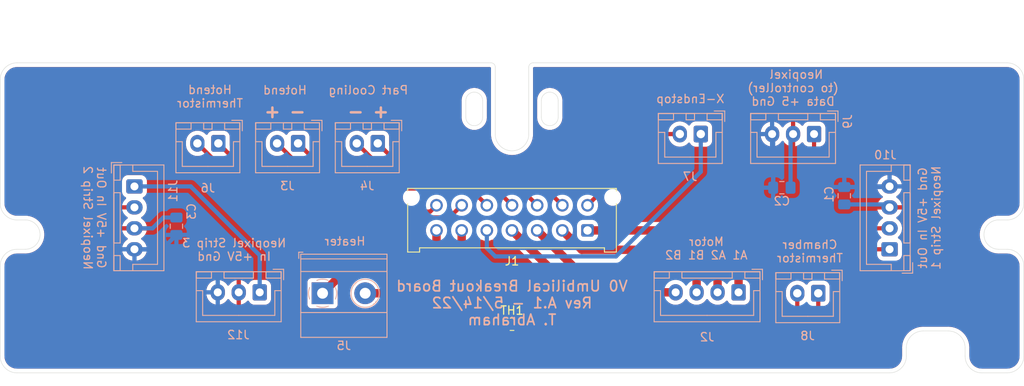
<source format=kicad_pcb>
(kicad_pcb (version 20211014) (generator pcbnew)
  (layers (0 "F.Cu" signal) (31 "B.Cu" signal) (34 "B.Paste" user) (35 "F.Paste" user) (36 "B.SilkS" user "B.Silkscreen") (37 "F.SilkS" user "F.Silkscreen") (38 "B.Mask" user) (39 "F.Mask" user) (44 "Edge.Cuts" user))
  (net 0 "")
  (net 1 "Net-(J1-Pad14)")
  (net 2 "Net-(J1-Pad13)")
  (net 3 "Net-(J1-Pad8)")
  (net 4 "Net-(J1-Pad7)")
  (net 5 "Net-(J1-Pad6)")
  (net 6 "Net-(J8-Pad2)")
  (net 7 "Net-(J8-Pad1)")
  (net 8 "/Hotend_Fan+")
  (net 9 "/Hotend_Fan-")
  (net 10 "/PartFan-")
  (net 11 "/PartFan+")
  (net 12 "/B2")
  (net 13 "/B1")
  (net 14 "/A2")
  (net 15 "/A1")
  (net 16 "5V")
  (net 17 "Data")
  (net 18 "DataIn2")
  (net 19 "DataOut2")
  (net 20 "Neo_Ground")
  (net 21 "Net-(J7-Pad1)")
  (footprint "Connector_Molex:Molex_Micro-Fit_3.0_43045-1412_2x07_P3.00mm_Vertical" (layer "F.Cu") (at 109 101.5 180)
    (fp_text reference "J1" (at 9 -3.67) (layer "F.SilkS"))
    (fp_text value "Conn_02x08_Odd_Even")
    (fp_line (start -2.015 -2.08) (end 20.015 -2.08) (layer "F.SilkS") (width 0.12))
    (fp_line (start 20.015 -2.08) (end 20.015 -2.58) (layer "F.SilkS") (width 0.12))
    (fp_line (start 20.015 -2.58) (end 21.435 -2.58) (layer "F.SilkS") (width 0.12))
    (fp_line (start 21.435 5.01) (end 21.435 4.7) (layer "F.SilkS") (width 0.12))
    (fp_line (start -3.435 4.7) (end -3.435 5.01) (layer "F.SilkS") (width 0.12))
    (fp_line (start -3.435 -2.58) (end -2.015 -2.58) (layer "F.SilkS") (width 0.12))
    (fp_line (start -3.435 3.18) (end -3.435 -2.58) (layer "F.SilkS") (width 0.12))
    (fp_line (start 21.435 -2.58) (end 21.435 3.18) (layer "F.SilkS") (width 0.12))
    (fp_line (start -3.435 5.01) (end 21.435 5.01) (layer "F.SilkS") (width 0.12))
    (fp_line (start -2.015 -2.58) (end -2.015 -2.08) (layer "F.SilkS") (width 0.12))
    (pad "" np_thru_hole circle locked (at 21 3.94 180) (size 1 1) (drill 1) (layers *.Cu *.Mask))
    (pad "" np_thru_hole circle locked (at -3 3.94 180) (size 1 1) (drill 1) (layers *.Cu *.Mask))
    (pad "1" thru_hole roundrect locked (at 0 0 180) (size 1.5 1.5) (drill 1) (layers *.Cu *.Mask) (roundrect_rratio 0.1666666667) (net 15 "/A1"))
    (pad "2" thru_hole circle locked (at 3 0 180) (size 1.5 1.5) (drill 1) (layers *.Cu *.Mask) (net 14 "/A2"))
    (pad "3" thru_hole circle locked (at 6 0 180) (size 1.5 1.5) (drill 1) (layers *.Cu *.Mask) (net 13 "/B1"))
    (pad "4" thru_hole circle locked (at 9 0 180) (size 1.5 1.5) (drill 1) (layers *.Cu *.Mask) (net 12 "/B2"))
    (pad "5" thru_hole circle locked (at 12 0 180) (size 1.5 1.5) (drill 1) (layers *.Cu *.Mask) (net 21 "Net-(J7-Pad1)"))
    (pad "6" thru_hole circle locked (at 15 0 180) (size 1.5 1.5) (drill 1) (layers *.Cu *.Mask) (net 5 "Net-(J1-Pad6)"))
    (pad "7" thru_hole circle locked (at 18 0 180) (size 1.5 1.5) (drill 1) (layers *.Cu *.Mask) (net 4 "Net-(J1-Pad7)"))
    (pad "8" thru_hole circle locked (at 0 3 180) (size 1.5 1.5) (drill 1) (layers *.Cu *.Mask) (net 3 "Net-(J1-Pad8)"))
    (pad "9" thru_hole circle locked (at 3 3 180) (size 1.5 1.5) (drill 1) (layers *.Cu *.Mask) (net 11 "/PartFan+"))
    (pad "10" thru_hole circle locked (at 6 3 180) (size 1.5 1.5) (drill 1) (layers *.Cu *.Mask) (net 10 "/PartFan-"))
    (pad "11" thru_hole circle locked (at 9 3 180) (size 1.5 1.5) (drill 1) (layers *.Cu *.Mask) (net 9 "/Hotend_Fan-"))
    (pad "12" thru_hole circle locked (at 12 3 180) (size 1.5 1.5) (drill 1) (layers *.Cu *.Mask) (net 8 "/Hotend_Fan+"))
    (pad "13" thru_hole circle locked (at 15 3 180) (size 1.5 1.5) (drill 1) (layers *.Cu *.Mask) (net 2 "Net-(J1-Pad13)"))
    (pad "14" thru_hole circle locked (at 18 3 180) (size 1.5 1.5) (drill 1) (layers *.Cu *.Mask) (net 1 "Net-(J1-Pad14)"))
  )
  (footprint "Resistor_SMD:R_0805_2012Metric_Pad1.20x1.40mm_HandSolder" (layer "F.Cu") (at 100 112.7)
    (fp_text reference "TH1" (at 0 -1.65) (layer "F.SilkS"))
    (fp_text value "Thermistor")
    (fp_line (start -0.227064 -0.735) (end 0.227064 -0.735) (layer "F.SilkS") (width 0.12))
    (fp_line (start -0.227064 0.735) (end 0.227064 0.735) (layer "F.SilkS") (width 0.12))
    (pad "1" smd roundrect locked (at -1 0) (size 1.2 1.4) (layers "F.Cu" "F.Paste" "F.Mask") (roundrect_rratio 0.2083325) (net 7 "Net-(J8-Pad1)"))
    (pad "2" smd roundrect locked (at 1 0) (size 1.2 1.4) (layers "F.Cu" "F.Paste" "F.Mask") (roundrect_rratio 0.2083325) (net 6 "Net-(J8-Pad2)"))
  )
  (footprint "Connector_JST:JST_XH_B2B-XH-A_1x02_P2.50mm_Vertical" (layer "B.Cu") (at 74.5 91.11 180)
    (fp_text reference "J3" (at 1.27 -5.08) (layer "B.SilkS") (effects (justify mirror)))
    (fp_text value "Hotend Fan")
    (fp_line (start -0.75 2.45) (end -2.55 2.45) (layer "B.SilkS") (width 0.12))
    (fp_line (start -1.6 2.75) (end -2.85 2.75) (layer "B.SilkS") (width 0.12))
    (fp_line (start 4.3 -2.75) (end 1.25 -2.75) (layer "B.SilkS") (width 0.12))
    (fp_line (start 1.75 2.45) (end 0.75 2.45) (layer "B.SilkS") (width 0.12))
    (fp_line (start -2.56 -3.51) (end 5.06 -3.51) (layer "B.SilkS") (width 0.12))
    (fp_line (start 5.06 2.46) (end -2.56 2.46) (layer "B.SilkS") (width 0.12))
    (fp_line (start -2.85 2.75) (end -2.85 1.5) (layer "B.SilkS") (width 0.12))
    (fp_line (start 4.3 0.2) (end 4.3 -2.75) (layer "B.SilkS") (width 0.12))
    (fp_line (start 5.05 2.45) (end 3.25 2.45) (layer "B.SilkS") (width 0.12))
    (fp_line (start -2.55 0.2) (end -1.8 0.2) (layer "B.SilkS") (width 0.12))
    (fp_line (start -2.55 1.7) (end -0.75 1.7) (layer "B.SilkS") (width 0.12))
    (fp_line (start 3.25 2.45) (end 3.25 1.7) (layer "B.SilkS") (width 0.12))
    (fp_line (start 5.05 0.2) (end 4.3 0.2) (layer "B.SilkS") (width 0.12))
    (fp_line (start -1.8 -2.75) (end 1.25 -2.75) (layer "B.SilkS") (width 0.12))
    (fp_line (start 3.25 1.7) (end 5.05 1.7) (layer "B.SilkS") (width 0.12))
    (fp_line (start 1.75 1.7) (end 1.75 2.45) (layer "B.SilkS") (width 0.12))
    (fp_line (start 5.06 -3.51) (end 5.06 2.46) (layer "B.SilkS") (width 0.12))
    (fp_line (start 0.75 2.45) (end 0.75 1.7) (layer "B.SilkS") (width 0.12))
    (fp_line (start 0.75 1.7) (end 1.75 1.7) (layer "B.SilkS") (width 0.12))
    (fp_line (start -1.8 0.2) (end -1.8 -2.75) (layer "B.SilkS") (width 0.12))
    (fp_line (start 5.05 1.7) (end 5.05 2.45) (layer "B.SilkS") (width 0.12))
    (fp_line (start -0.75 1.7) (end -0.75 2.45) (layer "B.SilkS") (width 0.12))
    (fp_line (start -2.55 2.45) (end -2.55 1.7) (layer "B.SilkS") (width 0.12))
    (fp_line (start -2.56 2.46) (end -2.56 -3.51) (layer "B.SilkS") (width 0.12))
    (pad "1" thru_hole roundrect locked (at 0 0 180) (size 1.7 2) (drill 1) (layers *.Cu *.Mask) (roundrect_rratio 0.1470588235) (net 9 "/Hotend_Fan-"))
    (pad "2" thru_hole oval locked (at 2.5 0 180) (size 1.7 2) (drill 1) (layers *.Cu *.Mask) (net 8 "/Hotend_Fan+"))
  )
  (footprint "Connector_JST:JST_XH_B2B-XH-A_1x02_P2.50mm_Vertical" (layer "B.Cu") (at 84 91.11 180)
    (fp_text reference "J4" (at 1.27 -5.08) (layer "B.SilkS") (effects (justify mirror)))
    (fp_text value "Part Cooling Fan")
    (fp_line (start 5.05 1.7) (end 5.05 2.45) (layer "B.SilkS") (width 0.12))
    (fp_line (start 5.05 0.2) (end 4.3 0.2) (layer "B.SilkS") (width 0.12))
    (fp_line (start -1.8 -2.75) (end 1.25 -2.75) (layer "B.SilkS") (width 0.12))
    (fp_line (start 5.06 2.46) (end -2.56 2.46) (layer "B.SilkS") (width 0.12))
    (fp_line (start 1.75 2.45) (end 0.75 2.45) (layer "B.SilkS") (width 0.12))
    (fp_line (start -1.8 0.2) (end -1.8 -2.75) (layer "B.SilkS") (width 0.12))
    (fp_line (start 0.75 1.7) (end 1.75 1.7) (layer "B.SilkS") (width 0.12))
    (fp_line (start 0.75 2.45) (end 0.75 1.7) (layer "B.SilkS") (width 0.12))
    (fp_line (start -2.55 2.45) (end -2.55 1.7) (layer "B.SilkS") (width 0.12))
    (fp_line (start -0.75 1.7) (end -0.75 2.45) (layer "B.SilkS") (width 0.12))
    (fp_line (start -2.56 -3.51) (end 5.06 -3.51) (layer "B.SilkS") (width 0.12))
    (fp_line (start 4.3 -2.75) (end 1.25 -2.75) (layer "B.SilkS") (width 0.12))
    (fp_line (start -2.55 1.7) (end -0.75 1.7) (layer "B.SilkS") (width 0.12))
    (fp_line (start 3.25 1.7) (end 5.05 1.7) (layer "B.SilkS") (width 0.12))
    (fp_line (start -2.55 0.2) (end -1.8 0.2) (layer "B.SilkS") (width 0.12))
    (fp_line (start 5.05 2.45) (end 3.25 2.45) (layer "B.SilkS") (width 0.12))
    (fp_line (start -0.75 2.45) (end -2.55 2.45) (layer "B.SilkS") (width 0.12))
    (fp_line (start -2.85 2.75) (end -2.85 1.5) (layer "B.SilkS") (width 0.12))
    (fp_line (start 4.3 0.2) (end 4.3 -2.75) (layer "B.SilkS") (width 0.12))
    (fp_line (start -2.56 2.46) (end -2.56 -3.51) (layer "B.SilkS") (width 0.12))
    (fp_line (start 1.75 1.7) (end 1.75 2.45) (layer "B.SilkS") (width 0.12))
    (fp_line (start 5.06 -3.51) (end 5.06 2.46) (layer "B.SilkS") (width 0.12))
    (fp_line (start -1.6 2.75) (end -2.85 2.75) (layer "B.SilkS") (width 0.12))
    (fp_line (start 3.25 2.45) (end 3.25 1.7) (layer "B.SilkS") (width 0.12))
    (pad "1" thru_hole roundrect locked (at 0 0 180) (size 1.7 2) (drill 1) (layers *.Cu *.Mask) (roundrect_rratio 0.1470588235) (net 11 "/PartFan+"))
    (pad "2" thru_hole oval locked (at 2.5 0 180) (size 1.7 2) (drill 1) (layers *.Cu *.Mask) (net 10 "/PartFan-"))
  )
  (footprint "Connector_JST:JST_XH_B2B-XH-A_1x02_P2.50mm_Vertical" (layer "B.Cu") (at 65 91.11 180)
    (fp_text reference "J6" (at 1.25 -5.34) (layer "B.SilkS") (effects (justify mirror)))
    (fp_text value "Thermistor")
    (fp_line (start 3.25 2.45) (end 3.25 1.7) (layer "B.SilkS") (width 0.12))
    (fp_line (start -1.6 2.75) (end -2.85 2.75) (layer "B.SilkS") (width 0.12))
    (fp_line (start 5.05 1.7) (end 5.05 2.45) (layer "B.SilkS") (width 0.12))
    (fp_line (start -0.75 1.7) (end -0.75 2.45) (layer "B.SilkS") (width 0.12))
    (fp_line (start -2.56 -3.51) (end 5.06 -3.51) (layer "B.SilkS") (width 0.12))
    (fp_line (start -1.8 -2.75) (end 1.25 -2.75) (layer "B.SilkS") (width 0.12))
    (fp_line (start 5.06 2.46) (end -2.56 2.46) (layer "B.SilkS") (width 0.12))
    (fp_line (start 4.3 -2.75) (end 1.25 -2.75) (layer "B.SilkS") (width 0.12))
    (fp_line (start -2.55 0.2) (end -1.8 0.2) (layer "B.SilkS") (width 0.12))
    (fp_line (start -1.8 0.2) (end -1.8 -2.75) (layer "B.SilkS") (width 0.12))
    (fp_line (start -2.55 1.7) (end -0.75 1.7) (layer "B.SilkS") (width 0.12))
    (fp_line (start -0.75 2.45) (end -2.55 2.45) (layer "B.SilkS") (width 0.12))
    (fp_line (start -2.56 2.46) (end -2.56 -3.51) (layer "B.SilkS") (width 0.12))
    (fp_line (start -2.85 2.75) (end -2.85 1.5) (layer "B.SilkS") (width 0.12))
    (fp_line (start 0.75 2.45) (end 0.75 1.7) (layer "B.SilkS") (width 0.12))
    (fp_line (start 4.3 0.2) (end 4.3 -2.75) (layer "B.SilkS") (width 0.12))
    (fp_line (start 1.75 2.45) (end 0.75 2.45) (layer "B.SilkS") (width 0.12))
    (fp_line (start -2.55 2.45) (end -2.55 1.7) (layer "B.SilkS") (width 0.12))
    (fp_line (start 3.25 1.7) (end 5.05 1.7) (layer "B.SilkS") (width 0.12))
    (fp_line (start 5.06 -3.51) (end 5.06 2.46) (layer "B.SilkS") (width 0.12))
    (fp_line (start 5.05 0.2) (end 4.3 0.2) (layer "B.SilkS") (width 0.12))
    (fp_line (start 5.05 2.45) (end 3.25 2.45) (layer "B.SilkS") (width 0.12))
    (fp_line (start 0.75 1.7) (end 1.75 1.7) (layer "B.SilkS") (width 0.12))
    (fp_line (start 1.75 1.7) (end 1.75 2.45) (layer "B.SilkS") (width 0.12))
    (pad "1" thru_hole roundrect locked (at 0 0 180) (size 1.7 2) (drill 1) (layers *.Cu *.Mask) (roundrect_rratio 0.1470588235) (net 1 "Net-(J1-Pad14)"))
    (pad "2" thru_hole oval locked (at 2.5 0 180) (size 1.7 2) (drill 1) (layers *.Cu *.Mask) (net 2 "Net-(J1-Pad13)"))
  )
  (footprint "Connector_JST:JST_XH_B2B-XH-A_1x02_P2.50mm_Vertical" (layer "B.Cu") (at 122.5 90 180)
    (fp_text reference "J7" (at 1.27 -5.08) (layer "B.SilkS") (effects (justify mirror)))
    (fp_text value "X-Endstop")
    (fp_line (start -0.75 2.45) (end -2.55 2.45) (layer "B.SilkS") (width 0.12))
    (fp_line (start -2.55 1.7) (end -0.75 1.7) (layer "B.SilkS") (width 0.12))
    (fp_line (start -2.56 2.46) (end -2.56 -3.51) (layer "B.SilkS") (width 0.12))
    (fp_line (start 1.75 1.7) (end 1.75 2.45) (layer "B.SilkS") (width 0.12))
    (fp_line (start -2.85 2.75) (end -2.85 1.5) (layer "B.SilkS") (width 0.12))
    (fp_line (start -2.55 0.2) (end -1.8 0.2) (layer "B.SilkS") (width 0.12))
    (fp_line (start -2.56 -3.51) (end 5.06 -3.51) (layer "B.SilkS") (width 0.12))
    (fp_line (start 0.75 1.7) (end 1.75 1.7) (layer "B.SilkS") (width 0.12))
    (fp_line (start 1.75 2.45) (end 0.75 2.45) (layer "B.SilkS") (width 0.12))
    (fp_line (start 3.25 1.7) (end 5.05 1.7) (layer "B.SilkS") (width 0.12))
    (fp_line (start 5.05 0.2) (end 4.3 0.2) (layer "B.SilkS") (width 0.12))
    (fp_line (start -1.8 -2.75) (end 1.25 -2.75) (layer "B.SilkS") (width 0.12))
    (fp_line (start 3.25 2.45) (end 3.25 1.7) (layer "B.SilkS") (width 0.12))
    (fp_line (start 4.3 -2.75) (end 1.25 -2.75) (layer "B.SilkS") (width 0.12))
    (fp_line (start 5.05 1.7) (end 5.05 2.45) (layer "B.SilkS") (width 0.12))
    (fp_line (start 0.75 2.45) (end 0.75 1.7) (layer "B.SilkS") (width 0.12))
    (fp_line (start -0.75 1.7) (end -0.75 2.45) (layer "B.SilkS") (width 0.12))
    (fp_line (start -1.6 2.75) (end -2.85 2.75) (layer "B.SilkS") (width 0.12))
    (fp_line (start 5.05 2.45) (end 3.25 2.45) (layer "B.SilkS") (width 0.12))
    (fp_line (start -1.8 0.2) (end -1.8 -2.75) (layer "B.SilkS") (width 0.12))
    (fp_line (start -2.55 2.45) (end -2.55 1.7) (layer "B.SilkS") (width 0.12))
    (fp_line (start 5.06 2.46) (end -2.56 2.46) (layer "B.SilkS") (width 0.12))
    (fp_line (start 5.06 -3.51) (end 5.06 2.46) (layer "B.SilkS") (width 0.12))
    (fp_line (start 4.3 0.2) (end 4.3 -2.75) (layer "B.SilkS") (width 0.12))
    (pad "1" thru_hole roundrect locked (at 0 0 180) (size 1.7 2) (drill 1) (layers *.Cu *.Mask) (roundrect_rratio 0.1470588235) (net 21 "Net-(J7-Pad1)"))
    (pad "2" thru_hole oval locked (at 2.5 0 180) (size 1.7 2) (drill 1) (layers *.Cu *.Mask) (net 3 "Net-(J1-Pad8)"))
  )
  (footprint "Connector_JST:JST_XH_B2B-XH-A_1x02_P2.50mm_Vertical" (layer "B.Cu") (at 136.5 109 180)
    (fp_text reference "J8" (at 1.27 -5.08) (layer "B.SilkS") (effects (justify mirror)))
    (fp_text value "Chamber Thermistor")
    (fp_line (start 1.75 1.7) (end 1.75 2.45) (layer "B.SilkS") (width 0.12))
    (fp_line (start 5.05 2.45) (end 3.25 2.45) (layer "B.SilkS") (width 0.12))
    (fp_line (start -2.56 -3.51) (end 5.06 -3.51) (layer "B.SilkS") (width 0.12))
    (fp_line (start -0.75 2.45) (end -2.55 2.45) (layer "B.SilkS") (width 0.12))
    (fp_line (start 5.06 2.46) (end -2.56 2.46) (layer "B.SilkS") (width 0.12))
    (fp_line (start -0.75 1.7) (end -0.75 2.45) (layer "B.SilkS") (width 0.12))
    (fp_line (start 5.06 -3.51) (end 5.06 2.46) (layer "B.SilkS") (width 0.12))
    (fp_line (start -2.55 2.45) (end -2.55 1.7) (layer "B.SilkS") (width 0.12))
    (fp_line (start -2.85 2.75) (end -2.85 1.5) (layer "B.SilkS") (width 0.12))
    (fp_line (start 0.75 1.7) (end 1.75 1.7) (layer "B.SilkS") (width 0.12))
    (fp_line (start -2.55 0.2) (end -1.8 0.2) (layer "B.SilkS") (width 0.12))
    (fp_line (start -1.8 -2.75) (end 1.25 -2.75) (layer "B.SilkS") (width 0.12))
    (fp_line (start 3.25 1.7) (end 5.05 1.7) (layer "B.SilkS") (width 0.12))
    (fp_line (start 4.3 -2.75) (end 1.25 -2.75) (layer "B.SilkS") (width 0.12))
    (fp_line (start 0.75 2.45) (end 0.75 1.7) (layer "B.SilkS") (width 0.12))
    (fp_line (start -1.6 2.75) (end -2.85 2.75) (layer "B.SilkS") (width 0.12))
    (fp_line (start 3.25 2.45) (end 3.25 1.7) (layer "B.SilkS") (width 0.12))
    (fp_line (start -2.55 1.7) (end -0.75 1.7) (layer "B.SilkS") (width 0.12))
    (fp_line (start 1.75 2.45) (end 0.75 2.45) (layer "B.SilkS") (width 0.12))
    (fp_line (start 4.3 0.2) (end 4.3 -2.75) (layer "B.SilkS") (width 0.12))
    (fp_line (start 5.05 0.2) (end 4.3 0.2) (layer "B.SilkS") (width 0.12))
    (fp_line (start 5.05 1.7) (end 5.05 2.45) (layer "B.SilkS") (width 0.12))
    (fp_line (start -1.8 0.2) (end -1.8 -2.75) (layer "B.SilkS") (width 0.12))
    (fp_line (start -2.56 2.46) (end -2.56 -3.51) (layer "B.SilkS") (width 0.12))
    (pad "1" thru_hole roundrect locked (at 0 0 180) (size 1.7 2) (drill 1) (layers *.Cu *.Mask) (roundrect_rratio 0.1470588235) (net 7 "Net-(J8-Pad1)"))
    (pad "2" thru_hole oval locked (at 2.5 0 180) (size 1.7 2) (drill 1) (layers *.Cu *.Mask) (net 6 "Net-(J8-Pad2)"))
  )
  (footprint "Connector_JST:JST_XH_B4B-XH-A_1x04_P2.50mm_Vertical" (layer "B.Cu") (at 127 108.89 180)
    (fp_text reference "J2" (at 3.75 -5.34) (layer "B.SilkS") (effects (justify mirror)))
    (fp_text value "Motor")
    (fp_line (start -1.8 -2.75) (end 3.75 -2.75) (layer "B.SilkS") (width 0.12))
    (fp_line (start 10.05 0.2) (end 9.3 0.2) (layer "B.SilkS") (width 0.12))
    (fp_line (start -1.8 0.2) (end -1.8 -2.75) (layer "B.SilkS") (width 0.12))
    (fp_line (start 9.3 -2.75) (end 3.75 -2.75) (layer "B.SilkS") (width 0.12))
    (fp_line (start 10.06 -3.51) (end 10.06 2.46) (layer "B.SilkS") (width 0.12))
    (fp_line (start -2.55 2.45) (end -2.55 1.7) (layer "B.SilkS") (width 0.12))
    (fp_line (start 8.25 2.45) (end 8.25 1.7) (layer "B.SilkS") (width 0.12))
    (fp_line (start 10.05 1.7) (end 10.05 2.45) (layer "B.SilkS") (width 0.12))
    (fp_line (start -2.55 0.2) (end -1.8 0.2) (layer "B.SilkS") (width 0.12))
    (fp_line (start 0.75 1.7) (end 6.75 1.7) (layer "B.SilkS") (width 0.12))
    (fp_line (start -2.85 2.75) (end -2.85 1.5) (layer "B.SilkS") (width 0.12))
    (fp_line (start 10.06 2.46) (end -2.56 2.46) (layer "B.SilkS") (width 0.12))
    (fp_line (start -0.75 2.45) (end -2.55 2.45) (layer "B.SilkS") (width 0.12))
    (fp_line (start -0.75 1.7) (end -0.75 2.45) (layer "B.SilkS") (width 0.12))
    (fp_line (start -2.56 2.46) (end -2.56 -3.51) (layer "B.SilkS") (width 0.12))
    (fp_line (start -2.55 1.7) (end -0.75 1.7) (layer "B.SilkS") (width 0.12))
    (fp_line (start 6.75 2.45) (end 0.75 2.45) (layer "B.SilkS") (width 0.12))
    (fp_line (start -1.6 2.75) (end -2.85 2.75) (layer "B.SilkS") (width 0.12))
    (fp_line (start -2.56 -3.51) (end 10.06 -3.51) (layer "B.SilkS") (width 0.12))
    (fp_line (start 8.25 1.7) (end 10.05 1.7) (layer "B.SilkS") (width 0.12))
    (fp_line (start 10.05 2.45) (end 8.25 2.45) (layer "B.SilkS") (width 0.12))
    (fp_line (start 6.75 1.7) (end 6.75 2.45) (layer "B.SilkS") (width 0.12))
    (fp_line (start 9.3 0.2) (end 9.3 -2.75) (layer "B.SilkS") (width 0.12))
    (fp_line (start 0.75 2.45) (end 0.75 1.7) (layer "B.SilkS") (width 0.12))
    (pad "1" thru_hole roundrect locked (at 0 0 180) (size 1.7 1.95) (drill 0.95) (layers *.Cu *.Mask) (roundrect_rratio 0.1470588235) (net 15 "/A1"))
    (pad "2" thru_hole oval locked (at 2.5 0 180) (size 1.7 1.95) (drill 0.95) (layers *.Cu *.Mask) (net 14 "/A2"))
    (pad "3" thru_hole oval locked (at 5 0 180) (size 1.7 1.95) (drill 0.95) (layers *.Cu *.Mask) (net 13 "/B1"))
    (pad "4" thru_hole oval locked (at 7.5 0 180) (size 1.7 1.95) (drill 0.95) (layers *.Cu *.Mask) (net 12 "/B2"))
  )
  (footprint "TerminalBlock_Phoenix:TerminalBlock_Phoenix_MKDS-1,5-2-5.08_1x02_P5.08mm_Horizontal" (layer "B.Cu") (at 77.42 109)
    (fp_text reference "J5" (at 2.54 6.26) (layer "B.SilkS") (effects (justify mirror)))
    (fp_text value "Heater")
    (fp_line (start 3.853 -1.023) (end 3.806 -1.069) (layer "B.SilkS") (width 0.12))
    (fp_line (start -2.6 5.261) (end 7.68 5.261) (layer "B.SilkS") (width 0.12))
    (fp_line (start -2.6 -2.6) (end 7.68 -2.6) (layer "B.SilkS") (width 0.12))
    (fp_line (start -2.84 -4.16) (end -2.84 -4.9) (layer "B.SilkS") (width 0.12))
    (fp_line (start -2.6 -4.1) (end 7.68 -4.1) (layer "B.SilkS") (width 0.12))
    (fp_line (start 7.68 5.261) (end 7.68 -4.66) (layer "B.SilkS") (width 0.12))
    (fp_line (start -2.6 5.261) (end -2.6 -4.66) (layer "B.SilkS") (width 0.12))
    (fp_line (start 4.046 -1.239) (end 4.011 -1.274) (layer "B.SilkS") (width 0.12))
    (fp_line (start -2.6 -4.66) (end 7.68 -4.66) (layer "B.SilkS") (width 0.12))
    (fp_line (start 6.355 1.069) (end 6.308 1.023) (layer "B.SilkS") (width 0.12))
    (fp_line (start -2.6 2.301) (end 7.68 2.301) (layer "B.SilkS") (width 0.12))
    (fp_line (start 6.15 1.275) (end 6.115 1.239) (layer "B.SilkS") (width 0.12))
    (fp_line (start -2.84 -4.9) (end -2.34 -4.9) (layer "B.SilkS") (width 0.12))
    (fp_arc (start -0.684 -1.535) (mid -0.335551 -1.646659) (end 0.028805 -1.680253) (layer "B.SilkS") (width 0.12))
    (fp_arc (start 0.684 1.535) (mid 0.000524 1.6805) (end -0.683042 1.535427) (layer "B.SilkS") (width 0.12))
    (fp_arc (start -1.535 0.684) (mid -1.6805 0.000524) (end -1.535427 -0.683042) (layer "B.SilkS") (width 0.12))
    (fp_arc (start 0 -1.68) (mid 0.349292 -1.643288) (end 0.683318 -1.534756) (layer "B.SilkS") (width 0.12))
    (fp_arc (start 1.535 -0.684) (mid 1.6805 -0.000524) (end 1.535427 0.683042) (layer "B.SilkS") (width 0.12))
    (fp_circle (center 5.08 0) (end 6.76 0) (layer "B.SilkS") (width 0.12) (fill none))
    (pad "1" thru_hole rect locked (at 0 0) (size 2.6 2.6) (drill 1.3) (layers *.Cu *.Mask) (net 4 "Net-(J1-Pad7)"))
    (pad "2" thru_hole circle locked (at 5.08 0) (size 2.6 2.6) (drill 1.3) (layers *.Cu *.Mask) (net 5 "Net-(J1-Pad6)"))
  )
  (footprint "Connector_JST:JST_XH_B3B-XH-A_1x03_P2.50mm_Vertical" (layer "B.Cu") (at 136 90 180)
    (fp_text reference "J9" (at -4 1.5 90) (layer "B.SilkS") (effects (justify mirror)))
    (fp_text value "Neopixel (from controller)")
    (fp_line (start 5.75 2.45) (end 5.75 1.7) (layer "B.SilkS") (width 0.12))
    (fp_line (start 7.55 2.45) (end 5.75 2.45) (layer "B.SilkS") (width 0.12))
    (fp_line (start -2.85 2.75) (end -2.85 1.5) (layer "B.SilkS") (width 0.12))
    (fp_line (start -1.8 0.2) (end -1.8 -2.75) (layer "B.SilkS") (width 0.12))
    (fp_line (start -1.6 2.75) (end -2.85 2.75) (layer "B.SilkS") (width 0.12))
    (fp_line (start -1.8 -2.75) (end 2.5 -2.75) (layer "B.SilkS") (width 0.12))
    (fp_line (start -2.56 -3.51) (end 7.56 -3.51) (layer "B.SilkS") (width 0.12))
    (fp_line (start -0.75 1.7) (end -0.75 2.45) (layer "B.SilkS") (width 0.12))
    (fp_line (start 0.75 1.7) (end 4.25 1.7) (layer "B.SilkS") (width 0.12))
    (fp_line (start -2.56 2.46) (end -2.56 -3.51) (layer "B.SilkS") (width 0.12))
    (fp_line (start 7.55 1.7) (end 7.55 2.45) (layer "B.SilkS") (width 0.12))
    (fp_line (start 7.56 2.46) (end -2.56 2.46) (layer "B.SilkS") (width 0.12))
    (fp_line (start -2.55 2.45) (end -2.55 1.7) (layer "B.SilkS") (width 0.12))
    (fp_line (start 7.55 0.2) (end 6.8 0.2) (layer "B.SilkS") (width 0.12))
    (fp_line (start -2.55 1.7) (end -0.75 1.7) (layer "B.SilkS") (width 0.12))
    (fp_line (start 4.25 1.7) (end 4.25 2.45) (layer "B.SilkS") (width 0.12))
    (fp_line (start -0.75 2.45) (end -2.55 2.45) (layer "B.SilkS") (width 0.12))
    (fp_line (start 4.25 2.45) (end 0.75 2.45) (layer "B.SilkS") (width 0.12))
    (fp_line (start 7.56 -3.51) (end 7.56 2.46) (layer "B.SilkS") (width 0.12))
    (fp_line (start 6.8 0.2) (end 6.8 -2.75) (layer "B.SilkS") (width 0.12))
    (fp_line (start 6.8 -2.75) (end 2.5 -2.75) (layer "B.SilkS") (width 0.12))
    (fp_line (start 5.75 1.7) (end 7.55 1.7) (layer "B.SilkS") (width 0.12))
    (fp_line (start 0.75 2.45) (end 0.75 1.7) (layer "B.SilkS") (width 0.12))
    (fp_line (start -2.55 0.2) (end -1.8 0.2) (layer "B.SilkS") (width 0.12))
    (pad "1" thru_hole roundrect locked (at 0 0 180) (size 1.7 1.95) (drill 0.95) (layers *.Cu *.Mask) (roundrect_rratio 0.1470588235) (net 17 "Data"))
    (pad "2" thru_hole oval locked (at 2.5 0 180) (size 1.7 1.95) (drill 0.95) (layers *.Cu *.Mask) (net 16 "5V"))
    (pad "3" thru_hole oval locked (at 5 0 180) (size 1.7 1.95) (drill 0.95) (layers *.Cu *.Mask) (net 20 "Neo_Ground"))
  )
  (footprint "Connector_JST:JST_XH_B4B-XH-A_1x04_P2.50mm_Vertical" (layer "B.Cu") (at 145 103.75 90)
    (fp_text reference "J10" (at 11.25 -0.5 180) (layer "B.SilkS") (effects (justify mirror)))
    (fp_text value "Neopixel Strip 1")
    (fp_line (start 10.05 2.45) (end 8.25 2.45) (layer "B.SilkS") (width 0.12))
    (fp_line (start 10.06 -3.51) (end 10.06 2.46) (layer "B.SilkS") (width 0.12))
    (fp_line (start -2.85 2.75) (end -2.85 1.5) (layer "B.SilkS") (width 0.12))
    (fp_line (start 6.75 1.7) (end 6.75 2.45) (layer "B.SilkS") (width 0.12))
    (fp_line (start -0.75 2.45) (end -2.55 2.45) (layer "B.SilkS") (width 0.12))
    (fp_line (start -2.55 2.45) (end -2.55 1.7) (layer "B.SilkS") (width 0.12))
    (fp_line (start -2.56 -3.51) (end 10.06 -3.51) (layer "B.SilkS") (width 0.12))
    (fp_line (start 10.05 1.7) (end 10.05 2.45) (layer "B.SilkS") (width 0.12))
    (fp_line (start 0.75 2.45) (end 0.75 1.7) (layer "B.SilkS") (width 0.12))
    (fp_line (start 9.3 0.2) (end 9.3 -2.75) (layer "B.SilkS") (width 0.12))
    (fp_line (start -2.55 0.2) (end -1.8 0.2) (layer "B.SilkS") (width 0.12))
    (fp_line (start -1.8 0.2) (end -1.8 -2.75) (layer "B.SilkS") (width 0.12))
    (fp_line (start -0.75 1.7) (end -0.75 2.45) (layer "B.SilkS") (width 0.12))
    (fp_line (start 10.06 2.46) (end -2.56 2.46) (layer "B.SilkS") (width 0.12))
    (fp_line (start -2.56 2.46) (end -2.56 -3.51) (layer "B.SilkS") (width 0.12))
    (fp_line (start -1.6 2.75) (end -2.85 2.75) (layer "B.SilkS") (width 0.12))
    (fp_line (start 8.25 2.45) (end 8.25 1.7) (layer "B.SilkS") (width 0.12))
    (fp_line (start -1.8 -2.75) (end 3.75 -2.75) (layer "B.SilkS") (width 0.12))
    (fp_line (start -2.55 1.7) (end -0.75 1.7) (layer "B.SilkS") (width 0.12))
    (fp_line (start 10.05 0.2) (end 9.3 0.2) (layer "B.SilkS") (width 0.12))
    (fp_line (start 0.75 1.7) (end 6.75 1.7) (layer "B.SilkS") (width 0.12))
    (fp_line (start 6.75 2.45) (end 0.75 2.45) (layer "B.SilkS") (width 0.12))
    (fp_line (start 9.3 -2.75) (end 3.75 -2.75) (layer "B.SilkS") (width 0.12))
    (fp_line (start 8.25 1.7) (end 10.05 1.7) (layer "B.SilkS") (width 0.12))
    (pad "1" thru_hole roundrect locked (at 0 0 90) (size 1.7 1.95) (drill 0.95) (layers *.Cu *.Mask) (roundrect_rratio 0.1470588235) (net 18 "DataIn2"))
    (pad "2" thru_hole oval locked (at 2.5 0 90) (size 1.7 1.95) (drill 0.95) (layers *.Cu *.Mask) (net 17 "Data"))
    (pad "3" thru_hole oval locked (at 5 0 90) (size 1.7 1.95) (drill 0.95) (layers *.Cu *.Mask) (net 16 "5V"))
    (pad "4" thru_hole oval locked (at 7.5 0 90) (size 1.7 1.95) (drill 0.95) (layers *.Cu *.Mask) (net 20 "Neo_Ground"))
  )
  (footprint "Connector_JST:JST_XH_B4B-XH-A_1x04_P2.50mm_Vertical" (layer "B.Cu") (at 55 96.25 -90)
    (fp_text reference "J11" (at 0.55 -4.6 90) (layer "B.SilkS") (effects (justify mirror)))
    (fp_text value "Neopixel Strip 1")
    (fp_line (start -0.75 1.7) (end -0.75 2.45) (layer "B.SilkS") (width 0.12))
    (fp_line (start 6.75 2.45) (end 0.75 2.45) (layer "B.SilkS") (width 0.12))
    (fp_line (start -1.6 2.75) (end -2.85 2.75) (layer "B.SilkS") (width 0.12))
    (fp_line (start 0.75 2.45) (end 0.75 1.7) (layer "B.SilkS") (width 0.12))
    (fp_line (start -2.56 -3.51) (end 10.06 -3.51) (layer "B.SilkS") (width 0.12))
    (fp_line (start 10.06 2.46) (end -2.56 2.46) (layer "B.SilkS") (width 0.12))
    (fp_line (start 9.3 0.2) (end 9.3 -2.75) (layer "B.SilkS") (width 0.12))
    (fp_line (start 8.25 1.7) (end 10.05 1.7) (layer "B.SilkS") (width 0.12))
    (fp_line (start 10.05 2.45) (end 8.25 2.45) (layer "B.SilkS") (width 0.12))
    (fp_line (start 10.06 -3.51) (end 10.06 2.46) (layer "B.SilkS") (width 0.12))
    (fp_line (start -0.75 2.45) (end -2.55 2.45) (layer "B.SilkS") (width 0.12))
    (fp_line (start 0.75 1.7) (end 6.75 1.7) (layer "B.SilkS") (width 0.12))
    (fp_line (start -2.85 2.75) (end -2.85 1.5) (layer "B.SilkS") (width 0.12))
    (fp_line (start 9.3 -2.75) (end 3.75 -2.75) (layer "B.SilkS") (width 0.12))
    (fp_line (start -1.8 0.2) (end -1.8 -2.75) (layer "B.SilkS") (width 0.12))
    (fp_line (start -2.55 0.2) (end -1.8 0.2) (layer "B.SilkS") (width 0.12))
    (fp_line (start -2.56 2.46) (end -2.56 -3.51) (layer "B.SilkS") (width 0.12))
    (fp_line (start 8.25 2.45) (end 8.25 1.7) (layer "B.SilkS") (width 0.12))
    (fp_line (start 6.75 1.7) (end 6.75 2.45) (layer "B.SilkS") (width 0.12))
    (fp_line (start 10.05 1.7) (end 10.05 2.45) (layer "B.SilkS") (width 0.12))
    (fp_line (start -1.8 -2.75) (end 3.75 -2.75) (layer "B.SilkS") (width 0.12))
    (fp_line (start -2.55 1.7) (end -0.75 1.7) (layer "B.SilkS") (width 0.12))
    (fp_line (start -2.55 2.45) (end -2.55 1.7) (layer "B.SilkS") (width 0.12))
    (fp_line (start 10.05 0.2) (end 9.3 0.2) (layer "B.SilkS") (width 0.12))
    (pad "1" thru_hole roundrect locked (at 0 0 270) (size 1.7 1.95) (drill 0.95) (layers *.Cu *.Mask) (roundrect_rratio 0.1470588235) (net 19 "DataOut2"))
    (pad "2" thru_hole oval locked (at 2.5 0 270) (size 1.7 1.95) (drill 0.95) (layers *.Cu *.Mask) (net 18 "DataIn2"))
    (pad "3" thru_hole oval locked (at 5 0 270) (size 1.7 1.95) (drill 0.95) (layers *.Cu *.Mask) (net 16 "5V"))
    (pad "4" thru_hole oval locked (at 7.5 0 270) (size 1.7 1.95) (drill 0.95) (layers *.Cu *.Mask) (net 20 "Neo_Ground"))
  )
  (footprint "Capacitor_SMD:C_0805_2012Metric_Pad1.18x1.45mm_HandSolder" (layer "B.Cu") (at 139.6 97.3625 90)
    (fp_text reference "C1" (at 0.1625 -1.8 270) (layer "B.SilkS") (effects (justify mirror)))
    (fp_text value "C")
    (fp_line (start -0.261252 0.735) (end 0.261252 0.735) (layer "B.SilkS") (width 0.12))
    (fp_line (start -0.261252 -0.735) (end 0.261252 -0.735) (layer "B.SilkS") (width 0.12))
    (pad "1" smd roundrect locked (at -1.0375 0 90) (size 1.175 1.45) (layers "B.Cu" "B.Paste" "B.Mask") (roundrect_rratio 0.2127659574) (net 16 "5V"))
    (pad "2" smd roundrect locked (at 1.0375 0 90) (size 1.175 1.45) (layers "B.Cu" "B.Paste" "B.Mask") (roundrect_rratio 0.2127659574) (net 20 "Neo_Ground"))
  )
  (footprint "Capacitor_SMD:C_0805_2012Metric_Pad1.18x1.45mm_HandSolder" (layer "B.Cu") (at 132.1625 96.4 180)
    (fp_text reference "C2" (at 0 -1.6) (layer "B.SilkS") (effects (justify mirror)))
    (fp_text value "C")
    (fp_line (start -0.261252 0.735) (end 0.261252 0.735) (layer "B.SilkS") (width 0.12))
    (fp_line (start -0.261252 -0.735) (end 0.261252 -0.735) (layer "B.SilkS") (width 0.12))
    (pad "1" smd roundrect locked (at -1.0375 0 180) (size 1.175 1.45) (layers "B.Cu" "B.Paste" "B.Mask") (roundrect_rratio 0.2127659574) (net 16 "5V"))
    (pad "2" smd roundrect locked (at 1.0375 0 180) (size 1.175 1.45) (layers "B.Cu" "B.Paste" "B.Mask") (roundrect_rratio 0.2127659574) (net 20 "Neo_Ground"))
  )
  (footprint "Capacitor_SMD:C_0805_2012Metric_Pad1.18x1.45mm_HandSolder" (layer "B.Cu") (at 60 101 -90)
    (fp_text reference "C3" (at -1.762 -1.8 -90) (layer "B.SilkS") (effects (justify mirror)))
    (fp_text value "C")
    (fp_line (start -0.261252 -0.735) (end 0.261252 -0.735) (layer "B.SilkS") (width 0.12))
    (fp_line (start -0.261252 0.735) (end 0.261252 0.735) (layer "B.SilkS") (width 0.12))
    (pad "1" smd roundrect locked (at -1.0375 0 270) (size 1.175 1.45) (layers "B.Cu" "B.Paste" "B.Mask") (roundrect_rratio 0.2127659574) (net 16 "5V"))
    (pad "2" smd roundrect locked (at 1.0375 0 270) (size 1.175 1.45) (layers "B.Cu" "B.Paste" "B.Mask") (roundrect_rratio 0.2127659574) (net 20 "Neo_Ground"))
  )
  (footprint "Connector_JST:JST_XH_B3B-XH-A_1x03_P2.50mm_Vertical" (layer "B.Cu") (at 69.928 108.89 180)
    (fp_text reference "J12" (at 2.54 -5.08) (layer "B.SilkS") (effects (justify mirror)))
    (fp_text value "Neopixel Out")
    (fp_line (start -2.85 2.75) (end -2.85 1.5) (layer "B.SilkS") (width 0.12))
    (fp_line (start 7.56 -3.51) (end 7.56 2.46) (layer "B.SilkS") (width 0.12))
    (fp_line (start 4.25 1.7) (end 4.25 2.45) (layer "B.SilkS") (width 0.12))
    (fp_line (start -0.75 2.45) (end -2.55 2.45) (layer "B.SilkS") (width 0.12))
    (fp_line (start 4.25 2.45) (end 0.75 2.45) (layer "B.SilkS") (width 0.12))
    (fp_line (start -2.56 2.46) (end -2.56 -3.51) (layer "B.SilkS") (width 0.12))
    (fp_line (start 6.8 -2.75) (end 2.5 -2.75) (layer "B.SilkS") (width 0.12))
    (fp_line (start -2.55 1.7) (end -0.75 1.7) (layer "B.SilkS") (width 0.12))
    (fp_line (start -1.8 -2.75) (end 2.5 -2.75) (layer "B.SilkS") (width 0.12))
    (fp_line (start -0.75 1.7) (end -0.75 2.45) (layer "B.SilkS") (width 0.12))
    (fp_line (start -2.55 0.2) (end -1.8 0.2) (layer "B.SilkS") (width 0.12))
    (fp_line (start 7.56 2.46) (end -2.56 2.46) (layer "B.SilkS") (width 0.12))
    (fp_line (start 7.55 0.2) (end 6.8 0.2) (layer "B.SilkS") (width 0.12))
    (fp_line (start 0.75 2.45) (end 0.75 1.7) (layer "B.SilkS") (width 0.12))
    (fp_line (start -1.8 0.2) (end -1.8 -2.75) (layer "B.SilkS") (width 0.12))
    (fp_line (start 0.75 1.7) (end 4.25 1.7) (layer "B.SilkS") (width 0.12))
    (fp_line (start 6.8 0.2) (end 6.8 -2.75) (layer "B.SilkS") (width 0.12))
    (fp_line (start 5.75 1.7) (end 7.55 1.7) (layer "B.SilkS") (width 0.12))
    (fp_line (start -2.56 -3.51) (end 7.56 -3.51) (layer "B.SilkS") (width 0.12))
    (fp_line (start -1.6 2.75) (end -2.85 2.75) (layer "B.SilkS") (width 0.12))
    (fp_line (start 7.55 1.7) (end 7.55 2.45) (layer "B.SilkS") (width 0.12))
    (fp_line (start 7.55 2.45) (end 5.75 2.45) (layer "B.SilkS") (width 0.12))
    (fp_line (start -2.55 2.45) (end -2.55 1.7) (layer "B.SilkS") (width 0.12))
    (fp_line (start 5.75 2.45) (end 5.75 1.7) (layer "B.SilkS") (width 0.12))
    (pad "1" thru_hole roundrect locked (at 0 0 180) (size 1.7 1.95) (drill 0.95) (layers *.Cu *.Mask) (roundrect_rratio 0.1470588235) (net 19 "DataOut2"))
    (pad "2" thru_hole oval locked (at 2.5 0 180) (size 1.7 1.95) (drill 0.95) (layers *.Cu *.Mask) (net 16 "5V"))
    (pad "3" thru_hole oval locked (at 5 0 180) (size 1.7 1.95) (drill 0.95) (layers *.Cu *.Mask) (net 20 "Neo_Ground"))
  )
  (gr_line (start 97.5 81.5) (end 41 81.5) (layer "Edge.Cuts") (width 0.05))
  (gr_line (start 102.5 81.5) (end 159 81.5) (layer "Edge.Cuts") (width 0.05))
  (gr_line (start 98 82) (end 98 90) (layer "Edge.Cuts") (width 0.05))
  (gr_line (start 102 82) (end 102 90) (layer "Edge.Cuts") (width 0.05))
  (gr_arc (start 105.5 88) (mid 104.5 89) (end 103.5 88) (layer "Edge.Cuts") (width 0.05))
  (gr_line (start 105.5 88) (end 105.5 86) (layer "Edge.Cuts") (width 0.05))
  (gr_arc (start 96.5 88) (mid 95.5 89) (end 94.5 88) (layer "Edge.Cuts") (width 0.05))
  (gr_arc (start 94.5 86) (mid 95.5 85) (end 96.5 86) (layer "Edge.Cuts") (width 0.05))
  (gr_line (start 94.5 86) (end 94.5 88) (layer "Edge.Cuts") (width 0.05))
  (gr_line (start 96.5 88) (end 96.5 86) (layer "Edge.Cuts") (width 0.05))
  (gr_arc (start 159 103.75) (mid 160.414214 104.335786) (end 161 105.75) (layer "Edge.Cuts") (width 0.05))
  (gr_arc (start 102 82) (mid 102.146447 81.646447) (end 102.5 81.5) (layer "Edge.Cuts") (width 0.05))
  (gr_line (start 152 113.5) (end 149 113.5) (layer "Edge.Cuts") (width 0.05))
  (gr_arc (start 42 100.25) (mid 43.75 102) (end 42 103.75) (layer "Edge.Cuts") (width 0.05))
  (gr_arc (start 152 113.5) (mid 153.414214 114.085786) (end 154 115.5) (layer "Edge.Cuts") (width 0.05))
  (gr_arc (start 158 103.75) (mid 156.25 102) (end 158 100.25) (layer "Edge.Cuts") (width 0.05))
  (gr_line (start 42 100.25) (end 41 100.25) (layer "Edge.Cuts") (width 0.05))
  (gr_line (start 41 103.75) (end 42 103.75) (layer "Edge.Cuts") (width 0.05))
  (gr_arc (start 41 118.5) (mid 39.585786 117.914214) (end 39 116.5) (layer "Edge.Cuts") (width 0.05))
  (gr_line (start 161 98.25) (end 161 83.5) (layer "Edge.Cuts") (width 0.05))
  (gr_line (start 103.5 86) (end 103.5 88) (layer "Edge.Cuts") (width 0.05))
  (gr_arc (start 41 100.250001) (mid 39.585786 99.664214) (end 38.999999 98.25) (layer "Edge.Cuts") (width 0.05))
  (gr_line (start 39 83.5) (end 39 98.25) (layer "Edge.Cuts") (width 0.05))
  (gr_arc (start 39 105.75) (mid 39.585786 104.335786) (end 41 103.75) (layer "Edge.Cuts") (width 0.05))
  (gr_arc (start 39 83.5) (mid 39.585786 82.085786) (end 41 81.5) (layer "Edge.Cuts") (width 0.05))
  (gr_arc (start 103.5 86) (mid 104.5 85) (end 105.5 86) (layer "Edge.Cuts") (width 0.05))
  (gr_line (start 158 103.75) (end 159 103.75) (layer "Edge.Cuts") (width 0.05))
  (gr_arc (start 161 98.25) (mid 160.414214 99.664214) (end 159 100.25) (layer "Edge.Cuts") (width 0.05))
  (gr_line (start 161 116.5) (end 161 105.75) (layer "Edge.Cuts") (width 0.05))
  (gr_line (start 39 105.75) (end 39 116.5) (layer "Edge.Cuts") (width 0.05))
  (gr_line (start 147 115.5) (end 147 116.5) (layer "Edge.Cuts") (width 0.05))
  (gr_line (start 159 100.25) (end 158 100.25) (layer "Edge.Cuts") (width 0.05))
  (gr_arc (start 156 118.5) (mid 154.585786 117.914214) (end 154 116.5) (layer "Edge.Cuts") (width 0.05))
  (gr_arc (start 147 116.5) (mid 146.414214 117.914214) (end 145 118.5) (layer "Edge.Cuts") (width 0.05))
  (gr_arc (start 102 90) (mid 100 92) (end 98 90) (layer "Edge.Cuts") (width 0.05))
  (gr_arc (start 159 81.5) (mid 160.414214 82.085786) (end 161 83.5) (layer "Edge.Cuts") (width 0.05))
  (gr_arc (start 161 116.5) (mid 160.414214 117.914214) (end 159 118.5) (layer "Edge.Cuts") (width 0.05))
  (gr_line (start 154 116.5) (end 154 115.5) (layer "Edge.Cuts") (width 0.05))
  (gr_line (start 156 118.5) (end 159 118.5) (layer "Edge.Cuts") (width 0.05))
  (gr_arc (start 97.5 81.5) (mid 97.853553 81.646447) (end 98 82) (layer "Edge.Cuts") (width 0.05))
  (gr_arc (start 147 115.5) (mid 147.585786 114.085786) (end 149 113.5) (layer "Edge.Cuts") (width 0.05))
  (gr_line (start 41 118.5) (end 145 118.5) (layer "Edge.Cuts") (width 0.05))
  (gr_text "V0 Umbilical Breakout Board\nRev A.1 - 5/14/22\nT. Abraham" (at 100 110.16) (layer "B.SilkS") (effects (font (size 1.25 1.25) (thickness 0.2)) (justify mirror)))
  (gr_text "Gnd +5V In Out\nNeopixel Strip 2" (at 50.25 100 -90) (layer "B.SilkS") (effects (font (size 1 1)) (justify mirror)))
  (gr_text "Gnd +5V In Out\nNeopixel Strip 1" (at 149.75 100 90) (layer "B.SilkS") (effects (font (size 1 1)) (justify mirror)))
  (gr_text "Motor\nA1 A2 B1 B2" (at 123.16 103.65) (layer "B.SilkS") (effects (font (size 1 1)) (justify mirror)))
  (gr_text "Neopixel Strip 3\nIn +5V Gnd" (at 66.88 103.81) (layer "B.SilkS") (effects (font (size 1 1)) (justify mirror)))
  (gr_text "Part Cooling" (at 82.87 84.76) (layer "B.SilkS") (effects (font (size 1 1)) (justify mirror)))
  (gr_text "- +" (at 72.94 87.3) (layer "B.SilkS") (effects (font (size 1.5 1.5) (thickness 0.3)) (justify mirror)))
  (gr_text "Hotend" (at 72.94 84.76) (layer "B.SilkS") (effects (font (size 1 1)) (justify mirror)))
  (gr_text "Chamber\nThermistor" (at 135.5 104) (layer "B.SilkS") (effects (font (size 1 1)) (justify mirror)))
  (gr_text "+ -" (at 82.87 87.3) (layer "B.SilkS") (effects (font (size 1.5 1.5) (thickness 0.3)) (justify mirror)))
  (gr_text "X-Endstop" (at 121.25 85.8) (layer "B.SilkS") (effects (font (size 1 1)) (justify mirror)))
  (gr_text "Neopixel \n(to controller)\nData +5 Gnd" (at 133.5 84.5) (layer "B.SilkS") (effects (font (size 1 1)) (justify mirror)))
  (gr_text "Hotend\nThermistor" (at 64 85.522) (layer "B.SilkS") (effects (font (size 1 1)) (justify mirror)))
  (gr_text "Heater" (at 80.088 102.794) (layer "B.SilkS") (effects (font (size 1 1)) (justify mirror)))
  (segment (start 91 98.5) (end 90.250001 99.249999) (width 0.5) (layer "F.Cu") (net 1))
  (segment (start 90.250001 99.249999) (end 73.139999 99.249999) (width 0.5) (layer "F.Cu") (net 1))
  (segment (start 73.139999 99.249999) (end 65 91.11) (width 0.5) (layer "F.Cu") (net 1))
  (segment (start 92.549991 99.950009) (end 71.340009 99.950009) (width 0.5) (layer "F.Cu") (net 2))
  (segment (start 94 98.5) (end 92.549991 99.950009) (width 0.5) (layer "F.Cu") (net 2))
  (segment (start 71.340009 99.950009) (end 62.5 91.11) (width 0.5) (layer "F.Cu") (net 2))
  (segment (start 109 98.5) (end 117.5 90) (width 0.5) (layer "F.Cu") (net 3))
  (segment (start 117.5 90) (end 120 90) (width 0.5) (layer "F.Cu") (net 3))
  (segment (start 91 101.5) (end 91 104.5) (width 1) (layer "F.Cu") (net 4))
  (segment (start 89.25 106.25) (end 80.17 106.25) (width 1) (layer "F.Cu") (net 4))
  (segment (start 80.17 106.25) (end 77.42 109) (width 1) (layer "F.Cu") (net 4))
  (segment (start 91 104.5) (end 89.25 106.25) (width 1) (layer "F.Cu") (net 4))
  (segment (start 91.5 109) (end 82.5 109) (width 1) (layer "F.Cu") (net 5))
  (segment (start 91.5 109) (end 94 106.5) (width 1) (layer "F.Cu") (net 5))
  (segment (start 94 106.5) (end 94 101.5) (width 1) (layer "F.Cu") (net 5))
  (segment (start 134 109) (end 134 111.8) (width 0.5) (layer "F.Cu") (net 6))
  (segment (start 134 111.8) (end 131.50001 114.29999) (width 0.5) (layer "F.Cu") (net 6))
  (segment (start 102.29999 114.29999) (end 131.50001 114.29999) (width 0.5) (layer "F.Cu") (net 6))
  (segment (start 101 112.7) (end 101 113) (width 0.5) (layer "F.Cu") (net 6))
  (segment (start 101 113) (end 102.29999 114.29999) (width 0.5) (layer "F.Cu") (net 6))
  (segment (start 99 114.4) (end 99 112.7) (width 0.5) (layer "F.Cu") (net 7))
  (segment (start 99.6 115) (end 99 114.4) (width 0.5) (layer "F.Cu") (net 7))
  (segment (start 136.5 112.5) (end 134 115) (width 0.5) (layer "F.Cu") (net 7))
  (segment (start 136.5 109) (end 136.5 112.5) (width 0.5) (layer "F.Cu") (net 7))
  (segment (start 134 115) (end 99.6 115) (width 0.5) (layer "F.Cu") (net 7))
  (segment (start 77.39 96.5) (end 72 91.11) (width 0.5) (layer "F.Cu") (net 8))
  (segment (start 97 98.5) (end 95 96.5) (width 0.5) (layer "F.Cu") (net 8))
  (segment (start 95 96.5) (end 77.39 96.5) (width 0.5) (layer "F.Cu") (net 8))
  (segment (start 79.18999 95.79999) (end 74.5 91.11) (width 0.5) (layer "F.Cu") (net 9))
  (segment (start 97.29999 95.79999) (end 79.18999 95.79999) (width 0.5) (layer "F.Cu") (net 9))
  (segment (start 97.29999 95.79999) (end 100 98.5) (width 0.5) (layer "F.Cu") (net 9))
  (segment (start 99.59998 95.09998) (end 103 98.5) (width 0.5) (layer "F.Cu") (net 10))
  (segment (start 85.48998 95.09998) (end 81.5 91.11) (width 0.5) (layer "F.Cu") (net 10))
  (segment (start 99.59998 95.09998) (end 85.48998 95.09998) (width 0.5) (layer "F.Cu") (net 10))
  (segment (start 101.899972 94.399972) (end 87.289972 94.399972) (width 0.5) (layer "F.Cu") (net 11))
  (segment (start 87.289972 94.399972) (end 84 91.11) (width 0.5) (layer "F.Cu") (net 11))
  (segment (start 101.899972 94.399972) (end 106 98.5) (width 0.5) (layer "F.Cu") (net 11))
  (segment (start 100 101.5) (end 107.39 108.89) (width 1) (layer "F.Cu") (net 12))
  (segment (start 107.39 108.89) (end 119.5 108.89) (width 1) (layer "F.Cu") (net 12))
  (segment (start 122 107.2) (end 122 108.89) (width 1) (layer "F.Cu") (net 13))
  (segment (start 103 101.5) (end 107.9 106.4) (width 1) (layer "F.Cu") (net 13))
  (segment (start 121.2 106.4) (end 122 107.2) (width 1) (layer "F.Cu") (net 13))
  (segment (start 107.9 106.4) (end 121.2 106.4) (width 1) (layer "F.Cu") (net 13))
  (segment (start 121.31 103.81) (end 124.5 107) (width 1) (layer "F.Cu") (net 14))
  (segment (start 124.5 107) (end 124.5 108.89) (width 1) (layer "F.Cu") (net 14))
  (segment (start 108.31 103.81) (end 121.31 103.81) (width 1) (layer "F.Cu") (net 14))
  (segment (start 106 101.5) (end 108.31 103.81) (width 1) (layer "F.Cu") (net 14))
  (segment (start 122.5 101.5) (end 127 106) (width 1) (layer "F.Cu") (net 15))
  (segment (start 109 101.5) (end 122.5 101.5) (width 1) (layer "F.Cu") (net 15))
  (segment (start 127 106) (end 127 108.89) (width 1) (layer "F.Cu") (net 15))
  (segment (start 139.6 98.4) (end 144.65 98.4) (width 0.5) (layer "B.Cu") (net 16))
  (segment (start 133.2 90.3) (end 133.5 90) (width 0.5) (layer "B.Cu") (net 16))
  (segment (start 133.2 96.4) (end 133.2 90.3) (width 0.5) (layer "B.Cu") (net 16))
  (segment (start 57.15 101.25) (end 55 101.25) (width 0.5) (layer "B.Cu") (net 16))
  (segment (start 60 99.9625) (end 58.4375 99.9625) (width 0.5) (layer "B.Cu") (net 16))
  (segment (start 58.4375 99.9625) (end 57.15 101.25) (width 0.5) (layer "B.Cu") (net 16))
  (segment (start 144.65 98.4) (end 145 98.75) (width 0.5) (layer "B.Cu") (net 16))
  (segment (start 145 101.25) (end 139.25 101.25) (width 0.5) (layer "F.Cu") (net 17))
  (segment (start 136 98) (end 136 90) (width 0.5) (layer "F.Cu") (net 17))
  (segment (start 139.25 101.25) (end 136 98) (width 0.5) (layer "F.Cu") (net 17))
  (segment (start 145 103.75) (end 133.45 103.75) (width 0.5) (layer "F.Cu") (net 18))
  (segment (start 102.8 109.6) (end 96.2 109.6) (width 0.5) (layer "F.Cu") (net 18))
  (segment (start 96.2 109.6) (end 93.2 112.6) (width 0.5) (layer "F.Cu") (net 18))
  (segment (start 93.2 112.6) (end 55 112.6) (width 0.5) (layer "F.Cu") (net 18))
  (segment (start 133.45 103.75) (end 130.4 106.8) (width 0.5) (layer "F.Cu") (net 18))
  (segment (start 51.4 100.2) (end 52.85 98.75) (width 0.5) (layer "F.Cu") (net 18))
  (segment (start 130.4 111) (end 129.2 112.2) (width 0.5) (layer "F.Cu") (net 18))
  (segment (start 105.4 112.2) (end 102.8 109.6) (width 0.5) (layer "F.Cu") (net 18))
  (segment (start 55 112.6) (end 51.4 109) (width 0.5) (layer "F.Cu") (net 18))
  (segment (start 51.4 109) (end 51.4 100.2) (width 0.5) (layer "F.Cu") (net 18))
  (segment (start 129.2 112.2) (end 105.4 112.2) (width 0.5) (layer "F.Cu") (net 18))
  (segment (start 52.85 98.75) (end 55 98.75) (width 0.5) (layer "F.Cu") (net 18))
  (segment (start 130.4 106.8) (end 130.4 111) (width 0.5) (layer "F.Cu") (net 18))
  (segment (start 55 96.25) (end 61.706 96.25) (width 0.5) (layer "B.Cu") (net 19))
  (segment (start 61.706 96.25) (end 69.928 104.472) (width 0.5) (layer "B.Cu") (net 19))
  (segment (start 69.928 104.472) (end 69.928 108.89) (width 0.5) (layer "B.Cu") (net 19))
  (segment (start 131.125 90.125) (end 131 90) (width 0.5) (layer "B.Cu") (net 20))
  (segment (start 131.125 96.4) (end 131.125 90.125) (width 0.5) (layer "B.Cu") (net 20))
  (segment (start 58.2875 103.75) (end 60 102.0375) (width 0.5) (layer "B.Cu") (net 20))
  (segment (start 55 103.75) (end 58.2875 103.75) (width 0.5) (layer "B.Cu") (net 20))
  (segment (start 144.925 96.325) (end 145 96.25) (width 0.5) (layer "B.Cu") (net 20))
  (segment (start 139.6 96.325) (end 144.925 96.325) (width 0.5) (layer "B.Cu") (net 20))
  (segment (start 122.5 90) (end 122.5 94.5) (width 0.5) (layer "B.Cu") (net 21))
  (segment (start 97 103.6) (end 97 101.5) (width 0.5) (layer "B.Cu") (net 21))
  (segment (start 122.5 94.5) (end 112.4 104.6) (width 0.5) (layer "B.Cu") (net 21))
  (segment (start 98 104.6) (end 97 103.6) (width 0.5) (layer "B.Cu") (net 21))
  (segment (start 112.4 104.6) (end 98 104.6) (width 0.5) (layer "B.Cu") (net 21))
  (zone (net 16) (net_name "5V") (layer "F.Cu") (connect_pads (clearance 0.508)) (min_thickness 0.254) (fill yes (thermal_gap 0.508) (thermal_bridge_width 0.508))
    (polygon (pts (xy 161 119) (xy 39 119) (xy 39 81) (xy 161 81)))
  )
  (zone (net 0) (net_name "") (layer "F.Cu") (connect_pads (clearance 0)) (min_thickness 0.254)
    (keepout (tracks allowed) (vias allowed) (pads allowed) (copperpour not_allowed) (footprints allowed))
    (fill (thermal_gap 0.508) (thermal_bridge_width 0.508))
    (polygon (pts (xy 110.2 102.6) (xy 89.8 102.6) (xy 89.8 97.2) (xy 110.2 97.2)))
  )
  (zone (net 20) (net_name "Neo_Ground") (layer "B.Cu") (connect_pads (clearance 0.508)) (min_thickness 0.254) (fill yes (thermal_gap 0.508) (thermal_bridge_width 0.508))
    (polygon (pts (xy 161 119) (xy 39 119) (xy 39 81) (xy 161 81)))
  )
)
</source>
